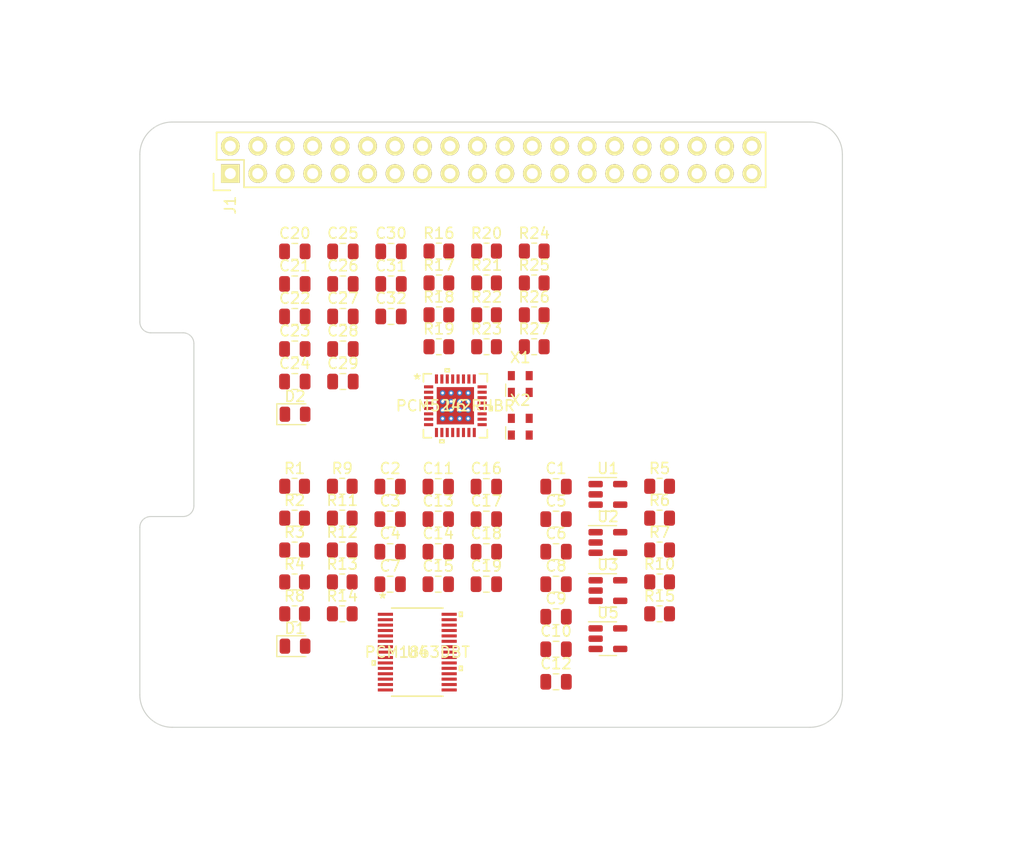
<source format=kicad_pcb>
(kicad_pcb (version 20221018) (generator pcbnew)
  (title_block (title "Open Pedalboard Soundcard") (date "2023-12-19") (rev "0.0.1") (company "github.com/pedalboard") (comment 1 "Source Code: https://github.com/pedalboard/pedalboard-hw") (comment 2 "License: CERN Open Hardware Licence Version 2 - Permissive"))
  (layers (0 "F.Cu" signal) (31 "B.Cu" signal) (34 "B.Paste" user) (35 "F.Paste" user) (36 "B.SilkS" user "B.Silkscreen") (37 "F.SilkS" user "F.Silkscreen") (38 "B.Mask" user) (39 "F.Mask" user) (44 "Edge.Cuts" user))
  (net 0 "")
  (net 2 "GND")
  (net 3 "DVDD")
  (net 4 "Net-(C2-Pad1)")
  (net 5 "inr+")
  (net 6 "Net-(C3-Pad1)")
  (net 9 "inr-")
  (net 12 "Net-(C4-Pad1)")
  (net 14 "inl-")
  (net 20 "5v")
  (net 25 "Net-(C7-Pad1)")
  (net 27 "inl+")
  (net 28 "AVDD2")
  (net 30 "Net-(U4-LDO)")
  (net 34 "AVDD")
  (net 35 "Net-(U4-VREF)")
  (net 38 "micbias")
  (net 39 "outl+")
  (net 40 "outl-")
  (net 41 "Net-(U6-LDOO)")
  (net 42 "outr-")
  (net 43 "outr+")
  (net 44 "Net-(U6-VNEG)")
  (net 45 "Net-(U6-CAPM)")
  (net 46 "Net-(U6-CAPP)")
  (net 47 "sda")
  (net 48 "scl")
  (net 49 "pcm_clk")
  (net 50 "ID_SD")
  (net 51 "ID_SC")
  (net 52 "pcm_fs")
  (net 53 "DOUT")
  (net 54 "Net-(J1-BCM21_SCLK_PCM_DO)")
  (net 55 "Net-(D1-K)")
  (net 56 "Net-(U4-DOUT)")
  (net 57 "Net-(U4-VINR1{slash}VIN2P)")
  (net 58 "Net-(U1-WP)")
  (net 59 "Net-(U4-VINR2{slash}VIN2M)")
  (net 60 "Net-(U4-VINL2{slash}VIN1M)")
  (net 61 "Net-(U4-VINL1{slash}VIN1P)")
  (net 62 "DIN")
  (net 63 "Net-(U6-OUTLP)")
  (net 64 "Net-(U6-OUTLN)")
  (net 65 "Net-(U6-OUTRN)")
  (net 66 "Net-(U6-OUTRP)")
  (net 67 "Net-(U6-ADR1)")
  (net 68 "Net-(U6-LRCK)")
  (net 69 "Net-(U6-BCK)")
  (net 70 "Net-(U6-GPIO3)")
  (net 71 "Net-(D2-K)")
  (net 72 "Net-(U6-GPIO6)")
  (net 73 "Net-(X1-OUT)")
  (net 74 "master_clk")
  (net 75 "Net-(X2-OUT)")
  (net 82 "Net-(D1-A)")
  (net 89 "Net-(D2-A)")
  (footprint "pedalboard-soundcard:RPi_Hat_Mounting_Hole" (layer "F.Cu") (at 110 56)
    (fp_text reference "H4" hide)
    (fp_text value "MountingHole" hide)
    (pad "" np_thru_hole circle locked (at 0 0) (size 2.75 2.75) (drill 2.75) (layers "*.Cu" "*.Mask") (clearance 1.725))
  )
  (footprint "pedalboard-soundcard:RPi_Hat_Mounting_Hole" (layer "F.Cu") (at 52 56)
    (fp_text reference "H3" hide)
    (fp_text value "MountingHole" hide)
    (pad "" np_thru_hole circle locked (at 0 0) (size 2.75 2.75) (drill 2.75) (layers "*.Cu" "*.Mask") (clearance 1.725))
  )
  (footprint "pedalboard-soundcard:RPi_Hat_Mounting_Hole" (layer "F.Cu") (at 52 105)
    (fp_text reference "H1" hide)
    (fp_text value "MountingHole" hide)
    (pad "" np_thru_hole circle locked (at 0 0) (size 2.75 2.75) (drill 2.75) (layers "*.Cu" "*.Mask") (clearance 1.725))
  )
  (footprint "pedalboard-soundcard:RPi_Hat_Mounting_Hole" (layer "F.Cu") (at 110 105)
    (fp_text reference "H2" hide)
    (fp_text value "MountingHole" hide)
    (pad "" np_thru_hole circle locked (at 0 0) (size 2.75 2.75) (drill 2.75) (layers "*.Cu" "*.Mask") (clearance 1.725))
  )
  (footprint "pedalboard-soundcard:Pin_Header_Straight_2x20" (layer "F.Cu") (at 81 56 90)
    (fp_text reference "J1" (at -4.191 -24.13 270) (layer "F.SilkS"))
    (fp_text value "RPi_GPIO")
    (pad "1" thru_hole rect locked (at -1.27 -24.13 90) (size 1.7272 1.7272) (drill 1.016) (layers "*.Cu" "*.Mask" "F.SilkS"))
    (pad "2" thru_hole oval locked (at 1.27 -24.13 90) (size 1.7272 1.7272) (drill 1.016) (layers "*.Cu" "*.Mask" "F.SilkS") (net 20 "5v"))
    (pad "3" thru_hole oval locked (at -1.27 -21.59 90) (size 1.7272 1.7272) (drill 1.016) (layers "*.Cu" "*.Mask" "F.SilkS") (net 47 "sda"))
    (pad "4" thru_hole oval locked (at 1.27 -21.59 90) (size 1.7272 1.7272) (drill 1.016) (layers "*.Cu" "*.Mask" "F.SilkS") (net 20 "5v"))
    (pad "5" thru_hole oval locked (at -1.27 -19.05 90) (size 1.7272 1.7272) (drill 1.016) (layers "*.Cu" "*.Mask" "F.SilkS") (net 48 "scl"))
    (pad "6" thru_hole oval locked (at 1.27 -19.05 90) (size 1.7272 1.7272) (drill 1.016) (layers "*.Cu" "*.Mask" "F.SilkS") (net 2 "GND"))
    (pad "7" thru_hole oval locked (at -1.27 -16.51 90) (size 1.7272 1.7272) (drill 1.016) (layers "*.Cu" "*.Mask" "F.SilkS"))
    (pad "8" thru_hole oval locked (at 1.27 -16.51 90) (size 1.7272 1.7272) (drill 1.016) (layers "*.Cu" "*.Mask" "F.SilkS"))
    (pad "9" thru_hole oval locked (at -1.27 -13.97 90) (size 1.7272 1.7272) (drill 1.016) (layers "*.Cu" "*.Mask" "F.SilkS") (net 2 "GND"))
    (pad "10" thru_hole oval locked (at 1.27 -13.97 90) (size 1.7272 1.7272) (drill 1.016) (layers "*.Cu" "*.Mask" "F.SilkS"))
    (pad "11" thru_hole oval locked (at -1.27 -11.43 90) (size 1.7272 1.7272) (drill 1.016) (layers "*.Cu" "*.Mask" "F.SilkS"))
    (pad "12" thru_hole oval locked (at 1.27 -11.43 90) (size 1.7272 1.7272) (drill 1.016) (layers "*.Cu" "*.Mask" "F.SilkS") (net 49 "pcm_clk"))
    (pad "13" thru_hole oval locked (at -1.27 -8.89 90) (size 1.7272 1.7272) (drill 1.016) (layers "*.Cu" "*.Mask" "F.SilkS"))
    (pad "14" thru_hole oval locked (at 1.27 -8.89 90) (size 1.7272 1.7272) (drill 1.016) (layers "*.Cu" "*.Mask" "F.SilkS") (net 2 "GND"))
    (pad "15" thru_hole oval locked (at -1.27 -6.35 90) (size 1.7272 1.7272) (drill 1.016) (layers "*.Cu" "*.Mask" "F.SilkS"))
    (pad "16" thru_hole oval locked (at 1.27 -6.35 90) (size 1.7272 1.7272) (drill 1.016) (layers "*.Cu" "*.Mask" "F.SilkS"))
    (pad "17" thru_hole oval locked (at -1.27 -3.81 90) (size 1.7272 1.7272) (drill 1.016) (layers "*.Cu" "*.Mask" "F.SilkS"))
    (pad "18" thru_hole oval locked (at 1.27 -3.81 90) (size 1.7272 1.7272) (drill 1.016) (layers "*.Cu" "*.Mask" "F.SilkS"))
    (pad "19" thru_hole oval locked (at -1.27 -1.27 90) (size 1.7272 1.7272) (drill 1.016) (layers "*.Cu" "*.Mask" "F.SilkS"))
    (pad "20" thru_hole oval locked (at 1.27 -1.27 90) (size 1.7272 1.7272) (drill 1.016) (layers "*.Cu" "*.Mask" "F.SilkS") (net 2 "GND"))
    (pad "21" thru_hole oval locked (at -1.27 1.27 90) (size 1.7272 1.7272) (drill 1.016) (layers "*.Cu" "*.Mask" "F.SilkS"))
    (pad "22" thru_hole oval locked (at 1.27 1.27 90) (size 1.7272 1.7272) (drill 1.016) (layers "*.Cu" "*.Mask" "F.SilkS"))
    (pad "23" thru_hole oval locked (at -1.27 3.81 90) (size 1.7272 1.7272) (drill 1.016) (layers "*.Cu" "*.Mask" "F.SilkS"))
    (pad "24" thru_hole oval locked (at 1.27 3.81 90) (size 1.7272 1.7272) (drill 1.016) (layers "*.Cu" "*.Mask" "F.SilkS"))
    (pad "25" thru_hole oval locked (at -1.27 6.35 90) (size 1.7272 1.7272) (drill 1.016) (layers "*.Cu" "*.Mask" "F.SilkS") (net 2 "GND"))
    (pad "26" thru_hole oval locked (at 1.27 6.35 90) (size 1.7272 1.7272) (drill 1.016) (layers "*.Cu" "*.Mask" "F.SilkS"))
    (pad "27" thru_hole oval locked (at -1.27 8.89 90) (size 1.7272 1.7272) (drill 1.016) (layers "*.Cu" "*.Mask" "F.SilkS") (net 50 "ID_SD"))
    (pad "28" thru_hole oval locked (at 1.27 8.89 90) (size 1.7272 1.7272) (drill 1.016) (layers "*.Cu" "*.Mask" "F.SilkS") (net 51 "ID_SC"))
    (pad "29" thru_hole oval locked (at -1.27 11.43 90) (size 1.7272 1.7272) (drill 1.016) (layers "*.Cu" "*.Mask" "F.SilkS"))
    (pad "30" thru_hole oval locked (at 1.27 11.43 90) (size 1.7272 1.7272) (drill 1.016) (layers "*.Cu" "*.Mask" "F.SilkS") (net 2 "GND"))
    (pad "31" thru_hole oval locked (at -1.27 13.97 90) (size 1.7272 1.7272) (drill 1.016) (layers "*.Cu" "*.Mask" "F.SilkS"))
    (pad "32" thru_hole oval locked (at 1.27 13.97 90) (size 1.7272 1.7272) (drill 1.016) (layers "*.Cu" "*.Mask" "F.SilkS"))
    (pad "33" thru_hole oval locked (at -1.27 16.51 90) (size 1.7272 1.7272) (drill 1.016) (layers "*.Cu" "*.Mask" "F.SilkS"))
    (pad "34" thru_hole oval locked (at 1.27 16.51 90) (size 1.7272 1.7272) (drill 1.016) (layers "*.Cu" "*.Mask" "F.SilkS") (net 2 "GND"))
    (pad "35" thru_hole oval locked (at -1.27 19.05 90) (size 1.7272 1.7272) (drill 1.016) (layers "*.Cu" "*.Mask" "F.SilkS") (net 52 "pcm_fs"))
    (pad "36" thru_hole oval locked (at 1.27 19.05 90) (size 1.7272 1.7272) (drill 1.016) (layers "*.Cu" "*.Mask" "F.SilkS"))
    (pad "37" thru_hole oval locked (at -1.27 21.59 90) (size 1.7272 1.7272) (drill 1.016) (layers "*.Cu" "*.Mask" "F.SilkS"))
    (pad "38" thru_hole oval locked (at 1.27 21.59 90) (size 1.7272 1.7272) (drill 1.016) (layers "*.Cu" "*.Mask" "F.SilkS") (net 53 "DOUT"))
    (pad "39" thru_hole oval locked (at -1.27 24.13 90) (size 1.7272 1.7272) (drill 1.016) (layers "*.Cu" "*.Mask" "F.SilkS") (net 2 "GND"))
    (pad "40" thru_hole oval locked (at 1.27 24.13 90) (size 1.7272 1.7272) (drill 1.016) (layers "*.Cu" "*.Mask" "F.SilkS") (net 54 "Net-(J1-BCM21_SCLK_PCM_DO)"))
  )
  (footprint "Resistor_SMD:R_0805_2012Metric" (layer "F.Cu") (at 96.5875 92.1)
    (fp_text reference "R7" (at 0 -1.65) (layer "F.SilkS"))
    (fp_text value "3K8")
    (pad "1" smd roundrect (at -0.9125 0) (size 1.025 1.4) (layers "F.Cu" "F.Paste" "F.Mask") (roundrect_rratio 0.243902) (net 58 "Net-(U1-WP)"))
    (pad "2" smd roundrect (at 0.9125 0) (size 1.025 1.4) (layers "F.Cu" "F.Paste" "F.Mask") (roundrect_rratio 0.243902) (net 2 "GND"))
  )
  (footprint "Resistor_SMD:R_0805_2012Metric" (layer "F.Cu") (at 84.9875 67.39)
    (fp_text reference "R25" (at 0 -1.65) (layer "F.SilkS"))
    (fp_text value "10k")
    (pad "1" smd roundrect (at -0.9125 0) (size 1.025 1.4) (layers "F.Cu" "F.Paste" "F.Mask") (roundrect_rratio 0.243902) (net 72 "Net-(U6-GPIO6)"))
    (pad "2" smd roundrect (at 0.9125 0) (size 1.025 1.4) (layers "F.Cu" "F.Paste" "F.Mask") (roundrect_rratio 0.243902) (net 2 "GND"))
  )
  (footprint "Capacitor_SMD:C_0805_2012Metric" (layer "F.Cu") (at 62.8375 67.48)
    (fp_text reference "C21" (at 0 -1.68) (layer "F.SilkS"))
    (fp_text value "2,2nf50v")
    (pad "1" smd roundrect (at -0.95 0) (size 1 1.45) (layers "F.Cu" "F.Paste" "F.Mask") (net 39 "outl+"))
    (pad "2" smd roundrect (at 0.95 0) (size 1 1.45) (layers "F.Cu" "F.Paste" "F.Mask") (net 2 "GND"))
  )
  (footprint "Oscillator:Oscillator_SMD_Abracon_ASDMB-4Pin_2.5x2.0mm" (layer "F.Cu") (at 83.6975 76.74)
    (fp_text reference "X1" (at 0 -2.45) (layer "F.SilkS"))
    (fp_text value "22.5792Mhz")
    (pad "1" smd rect (at -0.825 0.775) (size 0.65 0.85) (layers "F.Cu" "F.Paste" "F.Mask") (net 72 "Net-(U6-GPIO6)"))
    (pad "2" smd rect (at 0.825 0.775) (size 0.65 0.85) (layers "F.Cu" "F.Paste" "F.Mask") (net 2 "GND"))
    (pad "3" smd rect (at 0.825 -0.775) (size 0.65 0.85) (layers "F.Cu" "F.Paste" "F.Mask") (net 73 "Net-(X1-OUT)"))
    (pad "4" smd rect (at -0.825 -0.775) (size 0.65 0.85) (layers "F.Cu" "F.Paste" "F.Mask") (net 3 "DVDD"))
  )
  (footprint "Package_TO_SOT_SMD:SOT-23-5" (layer "F.Cu") (at 91.8075 91.4)
    (fp_text reference "U2" (at 0 -2.4) (layer "F.SilkS"))
    (fp_text value "ncp163")
    (pad "1" smd roundrect (at -1.1375 -0.95) (size 1.325 0.6) (layers "F.Cu" "F.Paste" "F.Mask") (net 20 "5v"))
    (pad "2" smd roundrect (at -1.1375 0) (size 1.325 0.6) (layers "F.Cu" "F.Paste" "F.Mask") (net 2 "GND"))
    (pad "3" smd roundrect (at -1.1375 0.95) (size 1.325 0.6) (layers "F.Cu" "F.Paste" "F.Mask") (net 20 "5v"))
    (pad "4" smd roundrect (at 1.1375 0.95) (size 1.325 0.6) (layers "F.Cu" "F.Paste" "F.Mask"))
    (pad "5" smd roundrect (at 1.1375 -0.95) (size 1.325 0.6) (layers "F.Cu" "F.Paste" "F.Mask") (net 3 "DVDD"))
  )
  (footprint "Resistor_SMD:R_0805_2012Metric" (layer "F.Cu") (at 76.1675 64.44)
    (fp_text reference "R16" (at 0 -1.65) (layer "F.SilkS"))
    (fp_text value "470R")
    (pad "1" smd roundrect (at -0.9125 0) (size 1.025 1.4) (layers "F.Cu" "F.Paste" "F.Mask") (roundrect_rratio 0.243902) (net 63 "Net-(U6-OUTLP)"))
    (pad "2" smd roundrect (at 0.9125 0) (size 1.025 1.4) (layers "F.Cu" "F.Paste" "F.Mask") (roundrect_rratio 0.243902) (net 39 "outl+"))
  )
  (footprint "Capacitor_SMD:C_0805_2012Metric" (layer "F.Cu") (at 71.6575 89.24)
    (fp_text reference "C3" (at 0 -1.68) (layer "F.SilkS"))
    (fp_text value "10uf16v")
    (pad "1" smd roundrect (at -0.95 0) (size 1 1.45) (layers "F.Cu" "F.Paste" "F.Mask") (net 6 "Net-(C3-Pad1)"))
    (pad "2" smd roundrect (at 0.95 0) (size 1 1.45) (layers "F.Cu" "F.Paste" "F.Mask") (net 9 "inr-"))
  )
  (footprint "Capacitor_SMD:C_0805_2012Metric" (layer "F.Cu") (at 80.5575 86.23)
    (fp_text reference "C16" (at 0 -1.68) (layer "F.SilkS"))
    (fp_text value "100nf16v")
    (pad "1" smd roundrect (at -0.95 0) (size 1 1.45) (layers "F.Cu" "F.Paste" "F.Mask") (net 3 "DVDD"))
    (pad "2" smd roundrect (at 0.95 0) (size 1 1.45) (layers "F.Cu" "F.Paste" "F.Mask") (net 2 "GND"))
  )
  (footprint "Capacitor_SMD:C_0805_2012Metric" (layer "F.Cu") (at 71.7375 70.49)
    (fp_text reference "C32" (at 0 -1.68) (layer "F.SilkS"))
    (fp_text value "100nf25v")
    (pad "1" smd roundrect (at -0.95 0) (size 1 1.45) (layers "F.Cu" "F.Paste" "F.Mask") (net 3 "DVDD"))
    (pad "2" smd roundrect (at 0.95 0) (size 1 1.45) (layers "F.Cu" "F.Paste" "F.Mask") (net 2 "GND"))
  )
  (footprint "Resistor_SMD:R_0805_2012Metric" (layer "F.Cu") (at 96.5875 86.2)
    (fp_text reference "R5" (at 0 -1.65) (layer "F.SilkS"))
    (fp_text value "3K8")
    (pad "1" smd roundrect (at -0.9125 0) (size 1.025 1.4) (layers "F.Cu" "F.Paste" "F.Mask") (roundrect_rratio 0.243902) (net 51 "ID_SC"))
    (pad "2" smd roundrect (at 0.9125 0) (size 1.025 1.4) (layers "F.Cu" "F.Paste" "F.Mask") (roundrect_rratio 0.243902) (net 3 "DVDD"))
  )
  (footprint "Resistor_SMD:R_0805_2012Metric" (layer "F.Cu") (at 96.5875 95.05)
    (fp_text reference "R10" (at 0 -1.65) (layer "F.SilkS"))
    (fp_text value "3K8")
    (pad "1" smd roundrect (at -0.9125 0) (size 1.025 1.4) (layers "F.Cu" "F.Paste" "F.Mask") (roundrect_rratio 0.243902) (net 3 "DVDD"))
    (pad "2" smd roundrect (at 0.9125 0) (size 1.025 1.4) (layers "F.Cu" "F.Paste" "F.Mask") (roundrect_rratio 0.243902) (net 58 "Net-(U1-WP)"))
  )
  (footprint "Oscillator:Oscillator_SMD_Abracon_ASDMB-4Pin_2.5x2.0mm" (layer "F.Cu") (at 83.6975 80.69)
    (fp_text reference "X2" (at 0 -2.45) (layer "F.SilkS"))
    (fp_text value "24.576Mhz")
    (pad "1" smd rect (at -0.825 0.775) (size 0.65 0.85) (layers "F.Cu" "F.Paste" "F.Mask") (net 70 "Net-(U6-GPIO3)"))
    (pad "2" smd rect (at 0.825 0.775) (size 0.65 0.85) (layers "F.Cu" "F.Paste" "F.Mask") (net 2 "GND"))
    (pad "3" smd rect (at 0.825 -0.775) (size 0.65 0.85) (layers "F.Cu" "F.Paste" "F.Mask") (net 75 "Net-(X2-OUT)"))
    (pad "4" smd rect (at -0.825 -0.775) (size 0.65 0.85) (layers "F.Cu" "F.Paste" "F.Mask") (net 3 "DVDD"))
  )
  (footprint "LED_SMD:LED_0805_2012Metric" (layer "F.Cu") (at 62.8575 79.535)
    (fp_text reference "D2" (at 0 -1.65) (layer "F.SilkS"))
    (fp_text value "LED")
    (pad "1" smd roundrect (at -0.9375 0) (size 0.975 1.4) (layers "F.Cu" "F.Paste" "F.Mask") (net 71 "Net-(D2-K)"))
    (pad "2" smd roundrect (at 0.9375 0) (size 0.975 1.4) (layers "F.Cu" "F.Paste" "F.Mask") (net 89 "Net-(D2-A)"))
  )
  (footprint "Capacitor_SMD:C_0805_2012Metric" (layer "F.Cu") (at 76.1075 92.25)
    (fp_text reference "C14" (at 0 -1.68) (layer "F.SilkS"))
    (fp_text value "100nf25V")
    (pad "1" smd roundrect (at -0.95 0) (size 1 1.45) (layers "F.Cu" "F.Paste" "F.Mask") (net 2 "GND"))
    (pad "2" smd roundrect (at 0.95 0) (size 1 1.45) (layers "F.Cu" "F.Paste" "F.Mask") (net 38 "micbias"))
  )
  (footprint "Capacitor_SMD:C_0805_2012Metric" (layer "F.Cu") (at 67.2875 73.5)
    (fp_text reference "C28" (at 0 -1.68) (layer "F.SilkS"))
    (fp_text value "100nf25v")
    (pad "1" smd roundrect (at -0.95 0) (size 1 1.45) (layers "F.Cu" "F.Paste" "F.Mask") (net 2 "GND"))
    (pad "2" smd roundrect (at 0.95 0) (size 1 1.45) (layers "F.Cu" "F.Paste" "F.Mask") (net 41 "Net-(U6-LDOO)"))
  )
  (footprint "Capacitor_SMD:C_0805_2012Metric" (layer "F.Cu") (at 76.1075 86.23)
    (fp_text reference "C11" (at 0 -1.68) (layer "F.SilkS"))
    (fp_text value "100nf25v")
    (pad "1" smd roundrect (at -0.95 0) (size 1 1.45) (layers "F.Cu" "F.Paste" "F.Mask") (net 30 "Net-(U4-LDO)"))
    (pad "2" smd roundrect (at 0.95 0) (size 1 1.45) (layers "F.Cu" "F.Paste" "F.Mask") (net 2 "GND"))
  )
  (footprint "Capacitor_SMD:C_0805_2012Metric" (layer "F.Cu") (at 71.6575 92.25)
    (fp_text reference "C4" (at 0 -1.68) (layer "F.SilkS"))
    (fp_text value "10uf16v")
    (pad "1" smd roundrect (at -0.95 0) (size 1 1.45) (layers "F.Cu" "F.Paste" "F.Mask") (net 12 "Net-(C4-Pad1)"))
    (pad "2" smd roundrect (at 0.95 0) (size 1 1.45) (layers "F.Cu" "F.Paste" "F.Mask") (net 14 "inl-"))
  )
  (footprint "Resistor_SMD:R_0805_2012Metric" (layer "F.Cu") (at 67.2275 89.15)
    (fp_text reference "R11" (at 0 -1.65) (layer "F.SilkS"))
    (fp_text value "100K")
    (pad "1" smd roundrect (at -0.9125 0) (size 1.025 1.4) (layers "F.Cu" "F.Paste" "F.Mask") (roundrect_rratio 0.243902) (net 2 "GND"))
    (pad "2" smd roundrect (at 0.9125 0) (size 1.025 1.4) (layers "F.Cu" "F.Paste" "F.Mask") (roundrect_rratio 0.243902) (net 14 "inl-"))
  )
  (footprint "Capacitor_SMD:C_0805_2012Metric" (layer "F.Cu") (at 71.6575 95.26)
    (fp_text reference "C7" (at 0 -1.68) (layer "F.SilkS"))
    (fp_text value "10uf16v")
    (pad "1" smd roundrect (at -0.95 0) (size 1 1.45) (layers "F.Cu" "F.Paste" "F.Mask") (net 25 "Net-(C7-Pad1)"))
    (pad "2" smd roundrect (at 0.95 0) (size 1 1.45) (layers "F.Cu" "F.Paste" "F.Mask") (net 27 "inl+"))
  )
  (footprint "Capacitor_SMD:C_0805_2012Metric" (layer "F.Cu") (at 62.8375 76.51)
    (fp_text reference "C24" (at 0 -1.68) (layer "F.SilkS"))
    (fp_text value "1uf16V")
    (pad "1" smd roundrect (at -0.95 0) (size 1 1.45) (layers "F.Cu" "F.Paste" "F.Mask") (net 2 "GND"))
    (pad "2" smd roundrect (at 0.95 0) (size 1 1.45) (layers "F.Cu" "F.Paste" "F.Mask") (net 3 "DVDD"))
  )
  (footprint "Capacitor_SMD:C_0805_2012Metric" (layer "F.Cu") (at 87.0075 92.25)
    (fp_text reference "C6" (at 0 -1.68) (layer "F.SilkS"))
    (fp_text value "10uf16v")
    (pad "1" smd roundrect (at -0.95 0) (size 1 1.45) (layers "F.Cu" "F.Paste" "F.Mask") (net 3 "DVDD"))
    (pad "2" smd roundrect (at 0.95 0) (size 1 1.45) (layers "F.Cu" "F.Paste" "F.Mask") (net 2 "GND"))
  )
  (footprint "Resistor_SMD:R_0805_2012Metric" (layer "F.Cu") (at 76.1675 73.29)
    (fp_text reference "R19" (at 0 -1.65) (layer "F.SilkS"))
    (fp_text value "470R")
    (pad "1" smd roundrect (at -0.9125 0) (size 1.025 1.4) (layers "F.Cu" "F.Paste" "F.Mask") (roundrect_rratio 0.243902) (net 66 "Net-(U6-OUTRP)"))
    (pad "2" smd roundrect (at 0.9125 0) (size 1.025 1.4) (layers "F.Cu" "F.Paste" "F.Mask") (roundrect_rratio 0.243902) (net 43 "outr+"))
  )
  (footprint "Capacitor_SMD:C_0805_2012Metric" (layer "F.Cu") (at 62.8375 73.5)
    (fp_text reference "C23" (at 0 -1.68) (layer "F.SilkS"))
    (fp_text value "1uf16v")
    (pad "1" smd roundrect (at -0.95 0) (size 1 1.45) (layers "F.Cu" "F.Paste" "F.Mask") (net 2 "GND"))
    (pad "2" smd roundrect (at 0.95 0) (size 1 1.45) (layers "F.Cu" "F.Paste" "F.Mask") (net 41 "Net-(U6-LDOO)"))
  )
  (footprint "Resistor_SMD:R_0805_2012Metric" (layer "F.Cu") (at 67.2275 92.1)
    (fp_text reference "R12" (at 0 -1.65) (layer "F.SilkS"))
    (fp_text value "100R")
    (pad "1" smd roundrect (at -0.9125 0) (size 1.025 1.4) (layers "F.Cu" "F.Paste" "F.Mask") (roundrect_rratio 0.243902) (net 60 "Net-(U4-VINL2{slash}VIN1M)"))
    (pad "2" smd roundrect (at 0.9125 0) (size 1.025 1.4) (layers "F.Cu" "F.Paste" "F.Mask") (roundrect_rratio 0.243902) (net 12 "Net-(C4-Pad1)"))
  )
  (footprint "Capacitor_SMD:C_0805_2012Metric" (layer "F.Cu") (at 87.0075 98.27)
    (fp_text reference "C9" (at 0 -1.68) (layer "F.SilkS"))
    (fp_text value "10uf16v")
    (pad "1" smd roundrect (at -0.95 0) (size 1 1.45) (layers "F.Cu" "F.Paste" "F.Mask") (net 28 "AVDD2"))
    (pad "2" smd roundrect (at 0.95 0) (size 1 1.45) (layers "F.Cu" "F.Paste" "F.Mask") (net 2 "GND"))
  )
  (footprint "Resistor_SMD:R_0805_2012Metric" (layer "F.Cu") (at 67.2275 95.05)
    (fp_text reference "R13" (at 0 -1.65) (layer "F.SilkS"))
    (fp_text value "100K")
    (pad "1" smd roundrect (at -0.9125 0) (size 1.025 1.4) (layers "F.Cu" "F.Paste" "F.Mask") (roundrect_rratio 0.243902) (net 2 "GND"))
    (pad "2" smd roundrect (at 0.9125 0) (size 1.025 1.4) (layers "F.Cu" "F.Paste" "F.Mask") (roundrect_rratio 0.243902) (net 27 "inl+"))
  )
  (footprint "Capacitor_SMD:C_0805_2012Metric" (layer "F.Cu") (at 67.2875 67.48)
    (fp_text reference "C26" (at 0 -1.68) (layer "F.SilkS"))
    (fp_text value "2,2nf50v")
    (pad "1" smd roundrect (at -0.95 0) (size 1 1.45) (layers "F.Cu" "F.Paste" "F.Mask") (net 43 "outr+"))
    (pad "2" smd roundrect (at 0.95 0) (size 1 1.45) (layers "F.Cu" "F.Paste" "F.Mask") (net 2 "GND"))
  )
  (footprint "Resistor_SMD:R_0805_2012Metric" (layer "F.Cu") (at 62.8175 86.2)
    (fp_text reference "R1" (at 0 -1.65) (layer "F.SilkS"))
    (fp_text value "10k")
    (pad "1" smd roundrect (at -0.9125 0) (size 1.025 1.4) (layers "F.Cu" "F.Paste" "F.Mask") (roundrect_rratio 0.243902) (net 55 "Net-(D1-K)"))
    (pad "2" smd roundrect (at 0.9125 0) (size 1.025 1.4) (layers "F.Cu" "F.Paste" "F.Mask") (roundrect_rratio 0.243902) (net 2 "GND"))
  )
  (footprint "Capacitor_SMD:C_0805_2012Metric" (layer "F.Cu") (at 87.0075 89.24)
    (fp_text reference "C5" (at 0 -1.68) (layer "F.SilkS"))
    (fp_text value "10uf16v")
    (pad "1" smd roundrect (at -0.95 0) (size 1 1.45) (layers "F.Cu" "F.Paste" "F.Mask") (net 20 "5v"))
    (pad "2" smd roundrect (at 0.95 0) (size 1 1.45) (layers "F.Cu" "F.Paste" "F.Mask") (net 2 "GND"))
  )
  (footprint "Capacitor_SMD:C_0805_2012Metric" (layer "F.Cu") (at 76.1075 89.24)
    (fp_text reference "C13" (at 0 -1.68) (layer "F.SilkS"))
    (fp_text value "1uf16v")
    (pad "1" smd roundrect (at -0.95 0) (size 1 1.45) (layers "F.Cu" "F.Paste" "F.Mask") (net 2 "GND"))
    (pad "2" smd roundrect (at 0.95 0) (size 1 1.45) (layers "F.Cu" "F.Paste" "F.Mask") (net 35 "Net-(U4-VREF)"))
  )
  (footprint "Resistor_SMD:R_0805_2012Metric" (layer "F.Cu") (at 96.5875 98)
    (fp_text reference "R15" (at 0 -1.65) (layer "F.SilkS"))
    (fp_text value "100R")
    (pad "1" smd roundrect (at -0.9125 0) (size 1.025 1.4) (layers "F.Cu" "F.Paste" "F.Mask") (roundrect_rratio 0.243902) (net 62 "DIN"))
    (pad "2" smd roundrect (at 0.9125 0) (size 1.025 1.4) (layers "F.Cu" "F.Paste" "F.Mask") (roundrect_rratio 0.243902) (net 54 "Net-(J1-BCM21_SCLK_PCM_DO)"))
  )
  (footprint "Capacitor_SMD:C_0805_2012Metric" (layer "F.Cu") (at 76.1075 95.26)
    (fp_text reference "C15" (at 0 -1.68) (layer "F.SilkS"))
    (fp_text value "10uf16v")
    (pad "1" smd roundrect (at -0.95 0) (size 1 1.45) (layers "F.Cu" "F.Paste" "F.Mask") (net 30 "Net-(U4-LDO)"))
    (pad "2" smd roundrect (at 0.95 0) (size 1 1.45) (layers "F.Cu" "F.Paste" "F.Mask") (net 2 "GND"))
  )
  (footprint "Capacitor_SMD:C_0805_2012Metric" (layer "F.Cu") (at 71.7375 64.47)
    (fp_text reference "C30" (at 0 -1.68) (layer "F.SilkS"))
    (fp_text value "1uf16v")
    (pad "1" smd roundrect (at -0.95 0) (size 1 1.45) (layers "F.Cu" "F.Paste" "F.Mask") (net 2 "GND"))
    (pad "2" smd roundrect (at 0.95 0) (size 1 1.45) (layers "F.Cu" "F.Paste" "F.Mask") (net 34 "AVDD"))
  )
  (footprint "Capacitor_SMD:C_0805_2012Metric" (layer "F.Cu") (at 67.2875 64.47)
    (fp_text reference "C25" (at 0 -1.68) (layer "F.SilkS"))
    (fp_text value "2,2nf50v")
    (pad "1" smd roundrect (at -0.95 0) (size 1 1.45) (layers "F.Cu" "F.Paste" "F.Mask") (net 42 "outr-"))
    (pad "2" smd roundrect (at 0.95 0) (size 1 1.45) (layers "F.Cu" "F.Paste" "F.Mask") (net 2 "GND"))
  )
  (footprint "Resistor_SMD:R_0805_2012Metric" (layer "F.Cu") (at 80.5775 73.29)
    (fp_text reference "R23" (at 0 -1.65) (layer "F.SilkS"))
    (fp_text value "10k")
    (pad "1" smd roundrect (at -0.9125 0) (size 1.025 1.4) (layers "F.Cu" "F.Paste" "F.Mask") (roundrect_rratio 0.243902) (net 70 "Net-(U6-GPIO3)"))
    (pad "2" smd roundrect (at 0.9125 0) (size 1.025 1.4) (layers "F.Cu" "F.Paste" "F.Mask") (roundrect_rratio 0.243902) (net 2 "GND"))
  )
  (footprint "Capacitor_SMD:C_0805_2012Metric" (layer "F.Cu") (at 71.7375 67.48)
    (fp_text reference "C31" (at 0 -1.68) (layer "F.SilkS"))
    (fp_text value "1uf 16v")
    (pad "1" smd roundrect (at -0.95 0) (size 1 1.45) (layers "F.Cu" "F.Paste" "F.Mask") (net 45 "Net-(U6-CAPM)"))
    (pad "2" smd roundrect (at 0.95 0) (size 1 1.45) (layers "F.Cu" "F.Paste" "F.Mask") (net 46 "Net-(U6-CAPP)"))
  )
  (footprint "LED_SMD:LED_0805_2012Metric" (layer "F.Cu") (at 62.8575 100.995)
    (fp_text reference "D1" (at 0 -1.65) (layer "F.SilkS"))
    (fp_text value "LED")
    (pad "1" smd roundrect (at -0.9375 0) (size 0.975 1.4) (layers "F.Cu" "F.Paste" "F.Mask") (net 55 "Net-(D1-K)"))
    (pad "2" smd roundrect (at 0.9375 0) (size 0.975 1.4) (layers "F.Cu" "F.Paste" "F.Mask") (net 82 "Net-(D1-A)"))
  )
  (footprint "pedalboard-soundcard:PCM5242RHBR" (layer "F.Cu") (at 77.6927 78.749199)
    (fp_text reference "U6" (at 0 0) (layer "F.SilkS"))
    (fp_text value "PCM5242RHBR" (at 0 0) (layer "F.SilkS"))
    (fp_text user "*" (at -3.535 -2.381) (layer "F.SilkS"))
    (fp_text user "*" (at -3.535 -2.381) (layer "F.SilkS"))
    (pad "1" smd rect (at -2.474999 -1.749999 90) (size 0.28 0.85) (layers "F.Cu" "F.Paste" "F.Mask") (net 67 "Net-(U6-ADR1)"))
    (pad "2" smd rect (at -2.474999 -1.25 90) (size 0.28 0.85) (layers "F.Cu" "F.Paste" "F.Mask") (net 41 "Net-(U6-LDOO)"))
    (pad "3" smd rect (at -2.474999 -0.750001 90) (size 0.28 0.85) (layers "F.Cu" "F.Paste" "F.Mask") (net 2 "GND"))
    (pad "4" smd rect (at -2.474999 -0.25 90) (size 0.28 0.85) (layers "F.Cu" "F.Paste" "F.Mask") (net 3 "DVDD"))
    (pad "5" smd rect (at -2.474999 0.25 90) (size 0.28 0.85) (layers "F.Cu" "F.Paste" "F.Mask") (net 3 "DVDD"))
    (pad "6" smd rect (at -2.474999 0.750001 90) (size 0.28 0.85) (layers "F.Cu" "F.Paste" "F.Mask") (net 46 "Net-(U6-CAPP)"))
    (pad "7" smd rect (at -2.474999 1.25 90) (size 0.28 0.85) (layers "F.Cu" "F.Paste" "F.Mask") (net 2 "GND"))
    (pad "8" smd rect (at -2.474999 1.749999 90) (size 0.28 0.85) (layers "F.Cu" "F.Paste" "F.Mask") (net 45 "Net-(U6-CAPM)"))
    (pad "9" smd rect (at -1.750441 2.474999) (size 0.28 0.85) (layers "F.Cu" "F.Paste" "F.Mask") (net 44 "Net-(U6-VNEG)"))
    (pad "10" smd rect (at -1.250315 2.474999) (size 0.28 0.85) (layers "F.Cu" "F.Paste" "F.Mask") (net 63 "Net-(U6-OUTLP)"))
    (pad "11" smd rect (at -0.750189 2.474999) (size 0.28 0.85) (layers "F.Cu" "F.Paste" "F.Mask") (net 64 "Net-(U6-OUTLN)"))
    (pad "12" smd rect (at -0.250063 2.474999) (size 0.28 0.85) (layers "F.Cu" "F.Paste" "F.Mask") (net 65 "Net-(U6-OUTRN)"))
    (pad "13" smd rect (at 0.250063 2.474999) (size 0.28 0.85) (layers "F.Cu" "F.Paste" "F.Mask") (net 66 "Net-(U6-OUTRP)"))
    (pad "14" smd rect (at 0.750189 2.474999) (size 0.28 0.85) (layers "F.Cu" "F.Paste" "F.Mask") (net 34 "AVDD"))
    (pad "15" smd rect (at 1.250315 2.474999) (size 0.28 0.85) (layers "F.Cu" "F.Paste" "F.Mask") (net 2 "GND"))
    (pad "16" smd rect (at 1.750441 2.474999) (size 0.28 0.85) (layers "F.Cu" "F.Paste" "F.Mask") (net 2 "GND"))
    (pad "17" smd rect (at 2.474999 1.749999 90) (size 0.28 0.85) (layers "F.Cu" "F.Paste" "F.Mask") (net 47 "sda"))
    (pad "18" smd rect (at 2.474999 1.25 90) (size 0.28 0.85) (layers "F.Cu" "F.Paste" "F.Mask") (net 48 "scl"))
    (pad "19" smd rect (at 2.474999 0.750001 90) (size 0.28 0.85) (layers "F.Cu" "F.Paste" "F.Mask"))
    (pad "20" smd rect (at 2.474999 0.25 90) (size 0.28 0.85) (layers "F.Cu" "F.Paste" "F.Mask") (net 89 "Net-(D2-A)"))
    (pad "21" smd rect (at 2.474999 -0.25 90) (size 0.28 0.85) (layers "F.Cu" "F.Paste" "F.Mask") (net 70 "Net-(U6-GPIO3)"))
    (pad "22" smd rect (at 2.474999 -0.750001 90) (size 0.28 0.85) (layers "F.Cu" "F.Paste" "F.Mask") (net 2 "GND"))
    (pad "23" smd rect (at 2.474999 -1.25 90) (size 0.28 0.85) (layers "F.Cu" "F.Paste" "F.Mask") (net 2 "GND"))
    (pad "24" smd rect (at 2.474999 -1.749999 90) (size 0.28 0.85) (layers "F.Cu" "F.Paste" "F.Mask") (net 67 "Net-(U6-ADR1)"))
    (pad "25" smd rect (at 1.750441 -2.474999) (size 0.28 0.85) (layers "F.Cu" "F.Paste" "F.Mask") (net 72 "Net-(U6-GPIO6)"))
    (pad "26" smd rect (at 1.250315 -2.474999) (size 0.28 0.85) (layers "F.Cu" "F.Paste" "F.Mask") (net 74 "master_clk"))
    (pad "27" smd rect (at 0.750189 -2.474999) (size 0.28 0.85) (layers "F.Cu" "F.Paste" "F.Mask") (net 69 "Net-(U6-BCK)"))
    (pad "28" smd rect (at 0.250063 -2.474999) (size 0.28 0.85) (layers "F.Cu" "F.Paste" "F.Mask") (net 62 "DIN"))
    (pad "29" smd rect (at -0.250063 -2.474999) (size 0.28 0.85) (layers "F.Cu" "F.Paste" "F.Mask"))
    (pad "30" smd rect (at -0.750189 -2.474999) (size 0.28 0.85) (layers "F.Cu" "F.Paste" "F.Mask"))
    (pad "31" smd rect (at -1.250315 -2.474999) (size 0.28 0.85) (layers "F.Cu" "F.Paste" "F.Mask") (net 68 "Net-(U6-LRCK)"))
    (pad "32" smd rect (at -1.750441 -2.474999) (size 0.28 0.85) (layers "F.Cu" "F.Paste" "F.Mask") (net 67 "Net-(U6-ADR1)"))
    (pad "33" smd rect (at 0 0) (size 3.450001 3.450001) (layers "F.Cu" "F.Paste" "F.Mask") (net 2 "GND"))
    (pad "V" thru_hole circle (at -1.1811 -1.1811) (size 0.508 0.508) (drill 0.254) (layers "*.Cu" "*.Mask"))
    (pad "V" thru_hole circle (at -1.1811 -0.3937) (size 0.508 0.508) (drill 0.254) (layers "*.Cu" "*.Mask"))
    (pad "V" thru_hole circle (at -1.1811 0.3937) (size 0.508 0.508) (drill 0.254) (layers "*.Cu" "*.Mask"))
    (pad "V" thru_hole circle (at -1.1811 1.1811) (size 0.508 0.508) (drill 0.254) (layers "*.Cu" "*.Mask"))
    (pad "V" thru_hole circle (at -0.3937 -1.1811) (size 0.508 0.508) (drill 0.254) (layers "*.Cu" "*.Mask"))
    (pad "V" thru_hole circle (at -0.3937 -0.3937) (size 0.508 0.508) (drill 0.254) (layers "*.Cu" "*.Mask"))
    (pad "V" thru_hole circle (at -0.3937 0.3937) (size 0.508 0.508) (drill 0.254) (layers "*.Cu" "*.Mask"))
    (pad "V" thru_hole circle (at -0.3937 1.1811) (size 0.508 0.508) (drill 0.254) (layers "*.Cu" "*.Mask"))
    (pad "V" thru_hole circle (at 0.3937 -1.1811) (size 0.508 0.508) (drill 0.254) (layers "*.Cu" "*.Mask"))
    (pad "V" thru_hole circle (at 0.3937 -0.3937) (size 0.508 0.508) (drill 0.254) (layers "*.Cu" "*.Mask"))
    (pad "V" thru_hole circle (at 0.3937 0.3937) (size 0.508 0.508) (drill 0.254) (layers "*.Cu" "*.Mask"))
    (pad "V" thru_hole circle (at 0.3937 1.1811) (size 0.508 0.508) (drill 0.254) (layers "*.Cu" "*.Mask"))
    (pad "V" thru_hole circle (at 1.1811 -1.1811) (size 0.508 0.508) (drill 0.254) (layers "*.Cu" "*.Mask"))
    (pad "V" thru_hole circle (at 1.1811 -0.3937) (size 0.508 0.508) (drill 0.254) (layers "*.Cu" "*.Mask"))
    (pad "V" thru_hole circle (at 1.1811 0.3937) (size 0.508 0.508) (drill 0.254) (layers "*.Cu" "*.Mask"))
    (pad "V" thru_hole circle (at 1.1811 1.1811) (size 0.508 0.508) (drill 0.254) (layers "*.Cu" "*.Mask"))
  )
  (footprint "Package_TO_SOT_SMD:SOT-23-5" (layer "F.Cu") (at 91.8075 100.3)
    (fp_text reference "U5" (at 0 -2.4) (layer "F.SilkS"))
    (fp_text value "ncp163")
    (pad "1" smd roundrect (at -1.1375 -0.95) (size 1.325 0.6) (layers "F.Cu" "F.Paste" "F.Mask") (net 20 "5v"))
    (pad "2" smd roundrect (at -1.1375 0) (size 1.325 0.6) (layers "F.Cu" "F.Paste" "F.Mask") (net 2 "GND"))
    (pad "3" smd roundrect (at -1.1375 0.95) (size 1.325 0.6) (layers "F.Cu" "F.Paste" "F.Mask") (net 20 "5v"))
    (pad "4" smd roundrect (at 1.1375 0.95) (size 1.325 0.6) (layers "F.Cu" "F.Paste" "F.Mask"))
    (pad "5" smd roundrect (at 1.1375 -0.95) (size 1.325 0.6) (layers "F.Cu" "F.Paste" "F.Mask") (net 34 "AVDD"))
  )
  (footprint "Capacitor_SMD:C_0805_2012Metric" (layer "F.Cu") (at 87.0075 95.26)
    (fp_text reference "C8" (at 0 -1.68) (layer "F.SilkS"))
    (fp_text value "10uf16v")
    (pad "1" smd roundrect (at -0.95 0) (size 1 1.45) (layers "F.Cu" "F.Paste" "F.Mask") (net 20 "5v"))
    (pad "2" smd roundrect (at 0.95 0) (size 1 1.45) (layers "F.Cu" "F.Paste" "F.Mask") (net 2 "GND"))
  )
  (footprint "Resistor_SMD:R_0805_2012Metric" (layer "F.Cu") (at 80.5775 67.39)
    (fp_text reference "R21" (at 0 -1.65) (layer "F.SilkS"))
    (fp_text value "100R")
    (pad "1" smd roundrect (at -0.9125 0) (size 1.025 1.4) (layers "F.Cu" "F.Paste" "F.Mask") (roundrect_rratio 0.243902) (net 52 "pcm_fs"))
    (pad "2" smd roundrect (at 0.9125 0) (size 1.025 1.4) (layers "F.Cu" "F.Paste" "F.Mask") (roundrect_rratio 0.243902) (net 68 "Net-(U6-LRCK)"))
  )
  (footprint "Resistor_SMD:R_0805_2012Metric" (layer "F.Cu") (at 62.8175 98)
    (fp_text reference "R8" (at 0 -1.65) (layer "F.SilkS"))
    (fp_text value "100R")
    (pad "1" smd roundrect (at -0.9125 0) (size 1.025 1.4) (layers "F.Cu" "F.Paste" "F.Mask") (roundrect_rratio 0.243902) (net 59 "Net-(U4-VINR2{slash}VIN2M)"))
    (pad "2" smd roundrect (at 0.9125 0) (size 1.025 1.4) (layers "F.Cu" "F.Paste" "F.Mask") (roundrect_rratio 0.243902) (net 6 "Net-(C3-Pad1)"))
  )
  (footprint "Resistor_SMD:R_0805_2012Metric" (layer "F.Cu") (at 67.2275 98)
    (fp_text reference "R14" (at 0 -1.65) (layer "F.SilkS"))
    (fp_text value "100R")
    (pad "1" smd roundrect (at -0.9125 0) (size 1.025 1.4) (layers "F.Cu" "F.Paste" "F.Mask") (roundrect_rratio 0.243902) (net 61 "Net-(U4-VINL1{slash}VIN1P)"))
    (pad "2" smd roundrect (at 0.9125 0) (size 1.025 1.4) (layers "F.Cu" "F.Paste" "F.Mask") (roundrect_rratio 0.243902) (net 25 "Net-(C7-Pad1)"))
  )
  (footprint "Capacitor_SMD:C_0805_2012Metric" (layer "F.Cu") (at 87.0075 104.29)
    (fp_text reference "C12" (at 0 -1.68) (layer "F.SilkS"))
    (fp_text value "10uf16v")
    (pad "1" smd roundrect (at -0.95 0) (size 1 1.45) (layers "F.Cu" "F.Paste" "F.Mask") (net 34 "AVDD"))
    (pad "2" smd roundrect (at 0.95 0) (size 1 1.45) (layers "F.Cu" "F.Paste" "F.Mask") (net 2 "GND"))
  )
  (footprint "Capacitor_SMD:C_0805_2012Metric" (layer "F.Cu") (at 62.8375 70.49)
    (fp_text reference "C22" (at 0 -1.68) (layer "F.SilkS"))
    (fp_text value "2,2nf50v")
    (pad "1" smd roundrect (at -0.95 0) (size 1 1.45) (layers "F.Cu" "F.Paste" "F.Mask") (net 40 "outl-"))
    (pad "2" smd roundrect (at 0.95 0) (size 1 1.45) (layers "F.Cu" "F.Paste" "F.Mask") (net 2 "GND"))
  )
  (footprint "Capacitor_SMD:C_0805_2012Metric" (layer "F.Cu") (at 67.2875 70.49)
    (fp_text reference "C27" (at 0 -1.68) (layer "F.SilkS"))
    (fp_text value "1uf 16v")
    (pad "1" smd roundrect (at -0.95 0) (size 1 1.45) (layers "F.Cu" "F.Paste" "F.Mask") (net 2 "GND"))
    (pad "2" smd roundrect (at 0.95 0) (size 1 1.45) (layers "F.Cu" "F.Paste" "F.Mask") (net 44 "Net-(U6-VNEG)"))
  )
  (footprint "Resistor_SMD:R_0805_2012Metric" (layer "F.Cu") (at 80.5775 70.34)
    (fp_text reference "R22" (at 0 -1.65) (layer "F.SilkS"))
    (fp_text value "100R")
    (pad "1" smd roundrect (at -0.9125 0) (size 1.025 1.4) (layers "F.Cu" "F.Paste" "F.Mask") (roundrect_rratio 0.243902) (net 49 "pcm_clk"))
    (pad "2" smd roundrect (at 0.9125 0) (size 1.025 1.4) (layers "F.Cu" "F.Paste" "F.Mask") (roundrect_rratio 0.243902) (net 69 "Net-(U6-BCK)"))
  )
  (footprint "Resistor_SMD:R_0805_2012Metric" (layer "F.Cu") (at 76.1675 70.34)
    (fp_text reference "R18" (at 0 -1.65) (layer "F.SilkS"))
    (fp_text value "470R")
    (pad "1" smd roundrect (at -0.9125 0) (size 1.025 1.4) (layers "F.Cu" "F.Paste" "F.Mask") (roundrect_rratio 0.243902) (net 65 "Net-(U6-OUTRN)"))
    (pad "2" smd roundrect (at 0.9125 0) (size 1.025 1.4) (layers "F.Cu" "F.Paste" "F.Mask") (roundrect_rratio 0.243902) (net 42 "outr-"))
  )
  (footprint "Capacitor_SMD:C_0805_2012Metric" (layer "F.Cu") (at 67.2875 76.51)
    (fp_text reference "C29" (at 0 -1.68) (layer "F.SilkS"))
    (fp_text value "100nf16v")
    (pad "1" smd roundrect (at -0.95 0) (size 1 1.45) (layers "F.Cu" "F.Paste" "F.Mask") (net 34 "AVDD"))
    (pad "2" smd roundrect (at 0.95 0) (size 1 1.45) (layers "F.Cu" "F.Paste" "F.Mask") (net 2 "GND"))
  )
  (footprint "pedalboard-soundcard:PCM1863DBT" (layer "F.Cu") (at 74.168699 101.5449)
    (fp_text reference "U4" (at 0 0) (layer "F.SilkS"))
    (fp_text value "PCM1863DBT" (at 0 0) (layer "F.SilkS"))
    (fp_text user "*" (at -3.20395 -4.9224) (layer "F.SilkS"))
    (fp_text user "*" (at -3.20395 -4.9224) (layer "F.SilkS"))
    (pad "1" smd rect (at -2.949948 -3.500001) (size 1.404099 0.2794) (layers "F.Cu" "F.Paste" "F.Mask") (net 60 "Net-(U4-VINL2{slash}VIN1M)"))
    (pad "2" smd rect (at -2.949948 -2.999999) (size 1.404099 0.2794) (layers "F.Cu" "F.Paste" "F.Mask") (net 59 "Net-(U4-VINR2{slash}VIN2M)"))
    (pad "3" smd rect (at -2.949948 -2.5) (size 1.404099 0.2794) (layers "F.Cu" "F.Paste" "F.Mask") (net 61 "Net-(U4-VINL1{slash}VIN1P)"))
    (pad "4" smd rect (at -2.949948 -1.999999) (size 1.404099 0.2794) (layers "F.Cu" "F.Paste" "F.Mask") (net 57 "Net-(U4-VINR1{slash}VIN2P)"))
    (pad "5" smd rect (at -2.949948 -1.5) (size 1.404099 0.2794) (layers "F.Cu" "F.Paste" "F.Mask") (net 38 "micbias"))
    (pad "6" smd rect (at -2.949948 -0.999998) (size 1.404099 0.2794) (layers "F.Cu" "F.Paste" "F.Mask") (net 35 "Net-(U4-VREF)"))
    (pad "7" smd rect (at -2.949948 -0.499999) (size 1.404099 0.2794) (layers "F.Cu" "F.Paste" "F.Mask") (net 2 "GND"))
    (pad "8" smd rect (at -2.949948 0) (size 1.404099 0.2794) (layers "F.Cu" "F.Paste" "F.Mask") (net 28 "AVDD2"))
    (pad "9" smd rect (at -2.949948 0.500002) (size 1.404099 0.2794) (layers "F.Cu" "F.Paste" "F.Mask"))
    (pad "10" smd rect (at -2.949948 1.000001) (size 1.404099 0.2794) (layers "F.Cu" "F.Paste" "F.Mask"))
    (pad "11" smd rect (at -2.949948 1.5) (size 1.404099 0.2794) (layers "F.Cu" "F.Paste" "F.Mask") (net 30 "Net-(U4-LDO)"))
    (pad "12" smd rect (at -2.949948 2.000001) (size 1.404099 0.2794) (layers "F.Cu" "F.Paste" "F.Mask") (net 2 "GND"))
    (pad "13" smd rect (at -2.949948 2.5) (size 1.404099 0.2794) (layers "F.Cu" "F.Paste" "F.Mask") (net 3 "DVDD"))
    (pad "14" smd rect (at -2.949948 3.000002) (size 1.404099 0.2794) (layers "F.Cu" "F.Paste" "F.Mask") (net 3 "DVDD"))
    (pad "15" smd rect (at -2.949948 3.500001) (size 1.404099 0.2794) (layers "F.Cu" "F.Paste" "F.Mask") (net 74 "master_clk"))
    (pad "16" smd rect (at 2.949948 3.500001) (size 1.404099 0.2794) (layers "F.Cu" "F.Paste" "F.Mask") (net 52 "pcm_fs"))
    (pad "17" smd rect (at 2.949948 2.999999) (size 1.404099 0.2794) (layers "F.Cu" "F.Paste" "F.Mask") (net 49 "pcm_clk"))
    (pad "18" smd rect (at 2.949948 2.5) (size 1.404099 0.2794) (layers "F.Cu" "F.Paste" "F.Mask") (net 56 "Net-(U4-DOUT)"))
    (pad "19" smd rect (at 2.949948 1.999999) (size 1.404099 0.2794) (layers "F.Cu" "F.Paste" "F.Mask"))
    (pad "20" smd rect (at 2.949948 1.5) (size 1.404099 0.2794) (layers "F.Cu" "F.Paste" "F.Mask") (net 82 "Net-(D1-A)"))
    (pad "21" smd rect (at 2.949948 1.000001) (size 1.404099 0.2794) (layers "F.Cu" "F.Paste" "F.Mask"))
    (pad "22" smd rect (at 2.949948 0.499999) (size 1.404099 0.2794) (layers "F.Cu" "F.Paste" "F.Mask") (net 2 "GND"))
    (pad "23" smd rect (at 2.949948 0) (size 1.404099 0.2794) (layers "F.Cu" "F.Paste" "F.Mask") (net 47 "sda"))
    (pad "24" smd rect (at 2.949948 -0.500002) (size 1.404099 0.2794) (layers "F.Cu" "F.Paste" "F.Mask") (net 48 "scl"))
    (pad "25" smd rect (at 2.949948 -1.000001) (size 1.404099 0.2794) (layers "F.Cu" "F.Paste" "F.Mask") (net 2 "GND"))
    (pad "26" smd rect (at 2.949948 -1.5) (size 1.404099 0.2794) (layers "F.Cu" "F.Paste" "F.Mask") (net 2 "GND"))
    (pad "27" smd rect (at 2.949948 -2.000001) (size 1.404099 0.2794) (layers "F.Cu" "F.Paste" "F.Mask"))
    (pad "28" smd rect (at 2.949948 -2.5) (size 1.404099 0.2794) (layers "F.Cu" "F.Paste" "F.Mask"))
    (pad "29" smd rect (at 2.949948 -3.000002) (size 1.404099 0.2794) (layers "F.Cu" "F.Paste" "F.Mask"))
    (pad "30" smd rect (at 2.949948 -3.500001) (size 1.404099 0.2794) (layers "F.Cu" "F.Paste" "F.Mask"))
  )
  (footprint "Package_TO_SOT_SMD:SOT-23-5" (layer "F.Cu") (at 91.8075 95.85)
    (fp_text reference "U3" (at 0 -2.4) (layer "F.SilkS"))
    (fp_text value "ncp163")
    (pad "1" smd roundrect (at -1.1375 -0.95) (size 1.325 0.6) (layers "F.Cu" "F.Paste" "F.Mask") (net 20 "5v"))
    (pad "2" smd roundrect (at -1.1375 0) (size 1.325 0.6) (layers "F.Cu" "F.Paste" "F.Mask") (net 2 "GND"))
    (pad "3" smd roundrect (at -1.1375 0.95) (size 1.325 0.6) (layers "F.Cu" "F.Paste" "F.Mask") (net 20 "5v"))
    (pad "4" smd roundrect (at 1.1375 0.95) (size 1.325 0.6) (layers "F.Cu" "F.Paste" "F.Mask"))
    (pad "5" smd roundrect (at 1.1375 -0.95) (size 1.325 0.6) (layers "F.Cu" "F.Paste" "F.Mask") (net 28 "AVDD2"))
  )
  (footprint "Resistor_SMD:R_0805_2012Metric" (layer "F.Cu") (at 84.9875 70.34)
    (fp_text reference "R26" (at 0 -1.65) (layer "F.SilkS"))
    (fp_text value "100R")
    (pad "1" smd roundrect (at -0.9125 0) (size 1.025 1.4) (layers "F.Cu" "F.Paste" "F.Mask") (roundrect_rratio 0.243902) (net 73 "Net-(X1-OUT)"))
    (pad "2" smd roundrect (at 0.9125 0) (size 1.025 1.4) (layers "F.Cu" "F.Paste" "F.Mask") (roundrect_rratio 0.243902) (net 74 "master_clk"))
  )
  (footprint "Capacitor_SMD:C_0805_2012Metric" (layer "F.Cu") (at 87.0075 86.23)
    (fp_text reference "C1" (at 0 -1.68) (layer "F.SilkS"))
    (fp_text value "100nf25v")
    (pad "1" smd roundrect (at -0.95 0) (size 1 1.45) (layers "F.Cu" "F.Paste" "F.Mask") (net 2 "GND"))
    (pad "2" smd roundrect (at 0.95 0) (size 1 1.45) (layers "F.Cu" "F.Paste" "F.Mask") (net 3 "DVDD"))
  )
  (footprint "Resistor_SMD:R_0805_2012Metric" (layer "F.Cu") (at 62.8175 92.1)
    (fp_text reference "R3" (at 0 -1.65) (layer "F.SilkS"))
    (fp_text value "100R")
    (pad "1" smd roundrect (at -0.9125 0) (size 1.025 1.4) (layers "F.Cu" "F.Paste" "F.Mask") (roundrect_rratio 0.243902) (net 57 "Net-(U4-VINR1{slash}VIN2P)"))
    (pad "2" smd roundrect (at 0.9125 0) (size 1.025 1.4) (layers "F.Cu" "F.Paste" "F.Mask") (roundrect_rratio 0.243902) (net 4 "Net-(C2-Pad1)"))
  )
  (footprint "Resistor_SMD:R_0805_2012Metric" (layer "F.Cu") (at 84.9875 73.29)
    (fp_text reference "R27" (at 0 -1.65) (layer "F.SilkS"))
    (fp_text value "100R")
    (pad "1" smd roundrect (at -0.9125 0) (size 1.025 1.4) (layers "F.Cu" "F.Paste" "F.Mask") (roundrect_rratio 0.243902) (net 75 "Net-(X2-OUT)"))
    (pad "2" smd roundrect (at 0.9125 0) (size 1.025 1.4) (layers "F.Cu" "F.Paste" "F.Mask") (roundrect_rratio 0.243902) (net 74 "master_clk"))
  )
  (footprint "Capacitor_SMD:C_0805_2012Metric" (layer "F.Cu") (at 62.8375 64.47)
    (fp_text reference "C20" (at 0 -1.68) (layer "F.SilkS"))
    (fp_text value "100nF25V")
    (pad "1" smd roundrect (at -0.95 0) (size 1 1.45) (layers "F.Cu" "F.Paste" "F.Mask") (net 2 "GND"))
    (pad "2" smd roundrect (at 0.95 0) (size 1 1.45) (layers "F.Cu" "F.Paste" "F.Mask") (net 3 "DVDD"))
  )
  (footprint "Resistor_SMD:R_0805_2012Metric" (layer "F.Cu") (at 76.1675 67.39)
    (fp_text reference "R17" (at 0 -1.65) (layer "F.SilkS"))
    (fp_text value "470R")
    (pad "1" smd roundrect (at -0.9125 0) (size 1.025 1.4) (layers "F.Cu" "F.Paste" "F.Mask") (roundrect_rratio 0.243902) (net 64 "Net-(U6-OUTLN)"))
    (pad "2" smd roundrect (at 0.9125 0) (size 1.025 1.4) (layers "F.Cu" "F.Paste" "F.Mask") (roundrect_rratio 0.243902) (net 40 "outl-"))
  )
  (footprint "Resistor_SMD:R_0805_2012Metric" (layer "F.Cu") (at 84.9875 64.44)
    (fp_text reference "R24" (at 0 -1.65) (layer "F.SilkS"))
    (fp_text value "10k")
    (pad "1" smd roundrect (at -0.9125 0) (size 1.025 1.4) (layers "F.Cu" "F.Paste" "F.Mask") (roundrect_rratio 0.243902) (net 2 "GND"))
    (pad "2" smd roundrect (at 0.9125 0) (size 1.025 1.4) (layers "F.Cu" "F.Paste" "F.Mask") (roundrect_rratio 0.243902) (net 71 "Net-(D2-K)"))
  )
  (footprint "Capacitor_SMD:C_0805_2012Metric" (layer "F.Cu") (at 87.0075 101.28)
    (fp_text reference "C10" (at 0 -1.68) (layer "F.SilkS"))
    (fp_text value "10uf16v")
    (pad "1" smd roundrect (at -0.95 0) (size 1 1.45) (layers "F.Cu" "F.Paste" "F.Mask") (net 20 "5v"))
    (pad "2" smd roundrect (at 0.95 0) (size 1 1.45) (layers "F.Cu" "F.Paste" "F.Mask") (net 2 "GND"))
  )
  (footprint "Resistor_SMD:R_0805_2012Metric" (layer "F.Cu") (at 80.5775 64.44)
    (fp_text reference "R20" (at 0 -1.65) (layer "F.SilkS"))
    (fp_text value "10k")
    (pad "1" smd roundrect (at -0.9125 0) (size 1.025 1.4) (layers "F.Cu" "F.Paste" "F.Mask") (roundrect_rratio 0.243902) (net 67 "Net-(U6-ADR1)"))
    (pad "2" smd roundrect (at 0.9125 0) (size 1.025 1.4) (layers "F.Cu" "F.Paste" "F.Mask") (roundrect_rratio 0.243902) (net 3 "DVDD"))
  )
  (footprint "Resistor_SMD:R_0805_2012Metric" (layer "F.Cu") (at 67.2275 86.2)
    (fp_text reference "R9" (at 0 -1.65) (layer "F.SilkS"))
    (fp_text value "100K")
    (pad "1" smd roundrect (at -0.9125 0) (size 1.025 1.4) (layers "F.Cu" "F.Paste" "F.Mask") (roundrect_rratio 0.243902) (net 2 "GND"))
    (pad "2" smd roundrect (at 0.9125 0) (size 1.025 1.4) (layers "F.Cu" "F.Paste" "F.Mask") (roundrect_rratio 0.243902) (net 9 "inr-"))
  )
  (footprint "Capacitor_SMD:C_0805_2012Metric" (layer "F.Cu") (at 80.5575 92.25)
    (fp_text reference "C18" (at 0 -1.68) (layer "F.SilkS"))
    (fp_text value "1uf16v")
    (pad "1" smd roundrect (at -0.95 0) (size 1 1.45) (layers "F.Cu" "F.Paste" "F.Mask") (net 28 "AVDD2"))
    (pad "2" smd roundrect (at 0.95 0) (size 1 1.45) (layers "F.Cu" "F.Paste" "F.Mask") (net 2 "GND"))
  )
  (footprint "Resistor_SMD:R_0805_2012Metric" (layer "F.Cu") (at 96.5875 89.15)
    (fp_text reference "R6" (at 0 -1.65) (layer "F.SilkS"))
    (fp_text value "3K8")
    (pad "1" smd roundrect (at -0.9125 0) (size 1.025 1.4) (layers "F.Cu" "F.Paste" "F.Mask") (roundrect_rratio 0.243902) (net 50 "ID_SD"))
    (pad "2" smd roundrect (at 0.9125 0) (size 1.025 1.4) (layers "F.Cu" "F.Paste" "F.Mask") (roundrect_rratio 0.243902) (net 3 "DVDD"))
  )
  (footprint "Resistor_SMD:R_0805_2012Metric" (layer "F.Cu") (at 62.8175 89.15)
    (fp_text reference "R2" (at 0 -1.65) (layer "F.SilkS"))
    (fp_text value "100R")
    (pad "1" smd roundrect (at -0.9125 0) (size 1.025 1.4) (layers "F.Cu" "F.Paste" "F.Mask") (roundrect_rratio 0.243902) (net 56 "Net-(U4-DOUT)"))
    (pad "2" smd roundrect (at 0.9125 0) (size 1.025 1.4) (layers "F.Cu" "F.Paste" "F.Mask") (roundrect_rratio 0.243902) (net 53 "DOUT"))
  )
  (footprint "Capacitor_SMD:C_0805_2012Metric" (layer "F.Cu") (at 80.5575 95.26)
    (fp_text reference "C19" (at 0 -1.68) (layer "F.SilkS"))
    (fp_text value "100nf25v")
    (pad "1" smd roundrect (at -0.95 0) (size 1 1.45) (layers "F.Cu" "F.Paste" "F.Mask") (net 28 "AVDD2"))
    (pad "2" smd roundrect (at 0.95 0) (size 1 1.45) (layers "F.Cu" "F.Paste" "F.Mask") (net 2 "GND"))
  )
  (footprint "Capacitor_SMD:C_0805_2012Metric" (layer "F.Cu") (at 71.6575 86.23)
    (fp_text reference "C2" (at 0 -1.68) (layer "F.SilkS"))
    (fp_text value "10uf16v")
    (pad "1" smd roundrect (at -0.95 0) (size 1 1.45) (layers "F.Cu" "F.Paste" "F.Mask") (net 4 "Net-(C2-Pad1)"))
    (pad "2" smd roundrect (at 0.95 0) (size 1 1.45) (layers "F.Cu" "F.Paste" "F.Mask") (net 5 "inr+"))
  )
  (footprint "Resistor_SMD:R_0805_2012Metric" (layer "F.Cu") (at 62.8175 95.05)
    (fp_text reference "R4" (at 0 -1.65) (layer "F.SilkS"))
    (fp_text value "100K")
    (pad "1" smd roundrect (at -0.9125 0) (size 1.025 1.4) (layers "F.Cu" "F.Paste" "F.Mask") (roundrect_rratio 0.243902) (net 2 "GND"))
    (pad "2" smd roundrect (at 0.9125 0) (size 1.025 1.4) (layers "F.Cu" "F.Paste" "F.Mask") (roundrect_rratio 0.243902) (net 5 "inr+"))
  )
  (footprint "Package_TO_SOT_SMD:SOT-23-5" (layer "F.Cu") (at 91.8075 86.95)
    (fp_text reference "U1" (at 0 -2.4) (layer "F.SilkS"))
    (fp_text value "AT24CS01-STUM")
    (pad "1" smd roundrect (at -1.1375 -0.95) (size 1.325 0.6) (layers "F.Cu" "F.Paste" "F.Mask") (net 51 "ID_SC"))
    (pad "2" smd roundrect (at -1.1375 0) (size 1.325 0.6) (layers "F.Cu" "F.Paste" "F.Mask") (net 2 "GND"))
    (pad "3" smd roundrect (at -1.1375 0.95) (size 1.325 0.6) (layers "F.Cu" "F.Paste" "F.Mask") (net 50 "ID_SD"))
    (pad "4" smd roundrect (at 1.1375 0.95) (size 1.325 0.6) (layers "F.Cu" "F.Paste" "F.Mask") (net 3 "DVDD"))
    (pad "5" smd roundrect (at 1.1375 -0.95) (size 1.325 0.6) (layers "F.Cu" "F.Paste" "F.Mask") (net 58 "Net-(U1-WP)"))
  )
  (footprint "Capacitor_SMD:C_0805_2012Metric" (layer "F.Cu") (at 80.5575 89.24)
    (fp_text reference "C17" (at 0 -1.68) (layer "F.SilkS"))
    (fp_text value "1uf16v")
    (pad "1" smd roundrect (at -0.95 0) (size 1 1.45) (layers "F.Cu" "F.Paste" "F.Mask") (net 3 "DVDD"))
    (pad "2" smd roundrect (at 0.95 0) (size 1 1.45) (layers "F.Cu" "F.Paste" "F.Mask") (net 2 "GND"))
  )
  (gr_arc (start 51.5 108.5) (mid 49.37868 107.62132) (end 48.5 105.5) (stroke (width 0.1)) (layer "Edge.Cuts"))
  (gr_arc (start 113.5 105.5) (mid 112.62132 107.62132) (end 110.5 108.5) (stroke (width 0.1)) (layer "Edge.Cuts"))
  (gr_arc (start 49.5 72) (mid 48.792893 71.707107) (end 48.5 71) (stroke (width 0.1)) (layer "Edge.Cuts"))
  (gr_arc (start 52.5 72) (mid 53.207107 72.292893) (end 53.5 73) (stroke (width 0.1)) (layer "Edge.Cuts"))
  (gr_arc (start 53.5 88) (mid 53.207107 88.707107) (end 52.5 89) (stroke (width 0.1)) (layer "Edge.Cuts"))
  (gr_arc (start 48.5 90) (mid 48.792893 89.292893) (end 49.5 89) (stroke (width 0.1)) (layer "Edge.Cuts"))
  (gr_arc (start 48.5 55.5) (mid 49.37868 53.37868) (end 51.5 52.5) (stroke (width 0.1)) (layer "Edge.Cuts"))
  (gr_line (start 51.5 52.5) (end 110.5 52.5) (stroke (width 0.1)) (layer "Edge.Cuts"))
  (gr_arc (start 110.5 52.5) (mid 112.62132 53.37868) (end 113.5 55.5) (stroke (width 0.1)) (layer "Edge.Cuts"))
  (gr_line (start 48.5 55.5) (end 48.5 71) (stroke (width 0.1)) (layer "Edge.Cuts"))
  (gr_line (start 53.5 73) (end 53.5 88) (stroke (width 0.1)) (layer "Edge.Cuts"))
  (gr_line (start 49.5 72) (end 52.5 72) (stroke (width 0.1)) (layer "Edge.Cuts"))
  (gr_line (start 48.5 90) (end 48.5 105.5) (stroke (width 0.1)) (layer "Edge.Cuts"))
  (gr_line (start 51.5 108.5) (end 110.5 108.5) (stroke (width 0.1)) (layer "Edge.Cuts"))
  (gr_line (start 113.5 55.5) (end 113.5 105.5) (stroke (width 0.1)) (layer "Edge.Cuts"))
  (gr_line (start 49.5 89) (end 52.5 89) (stroke (width 0.1)) (layer "Edge.Cuts"))
)
</source>
